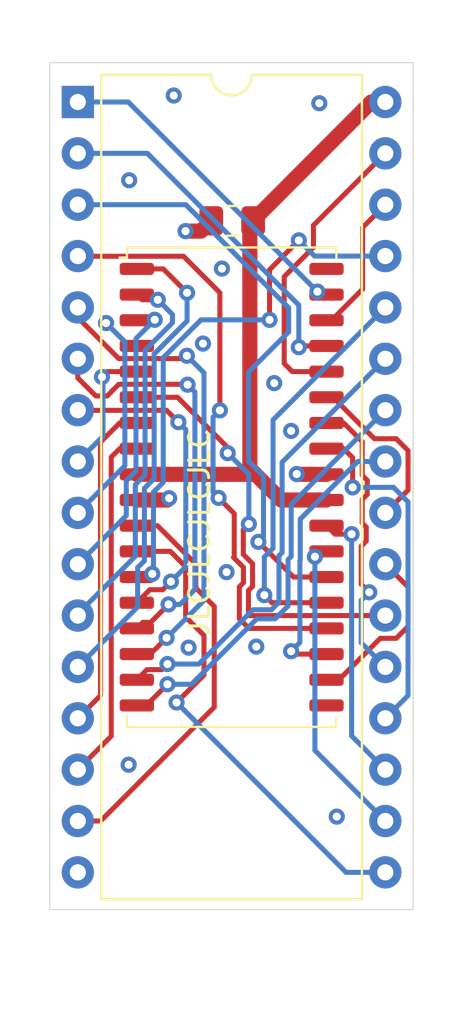
<source format=kicad_pcb>
(kicad_pcb (version 20211014) (generator pcbnew)
  (layers (0 "F.Cu" signal) (1 "In1.Cu" signal) (2 "In2.Cu" signal) (31 "B.Cu" signal) (34 "B.Paste" user) (35 "F.Paste" user) (36 "B.SilkS" user "B.Silkscreen") (37 "F.SilkS" user "F.Silkscreen") (38 "B.Mask" user) (39 "F.Mask" user) (44 "Edge.Cuts" user))
  (net 0 "")
  (net 1 "Net-(U1-Pad36)")
  (net 2 "A18")
  (net 3 "A17")
  (net 4 "A16")
  (net 5 "A15")
  (net 6 "~{OE}")
  (net 7 "IO7")
  (net 8 "IO6")
  (net 9 "GND")
  (net 10 "VCC")
  (net 11 "IO5")
  (net 12 "IO4")
  (net 13 "A14")
  (net 14 "A13")
  (net 15 "A12")
  (net 16 "A11")
  (net 17 "A10")
  (net 18 "Net-(U1-Pad19)")
  (net 19 "A9")
  (net 20 "A8")
  (net 21 "A7")
  (net 22 "A6")
  (net 23 "A5")
  (net 24 "~{WE}")
  (net 25 "IO3")
  (net 26 "IO2")
  (net 27 "IO1")
  (net 28 "IO0")
  (net 29 "~{CE}")
  (net 30 "A4")
  (net 31 "A3")
  (net 32 "A2")
  (net 33 "A1")
  (net 34 "A0")
  (footprint "Package_SO:SOJ-36_10.16x23.49mm_P1.27mm" (layer "F.Cu") (at 154.5336 82.5394)
    (fp_text reference "U1" hide)
    (fp_text value "IS61C5128AL-10KLI")
    (fp_line (start -5.19 11.855) (end -5.19 11.355) (layer "F.SilkS") (width 0.12))
    (fp_line (start 5.19 11.855) (end 5.19 11.355) (layer "F.SilkS") (width 0.12))
    (fp_line (start 0 11.855) (end -5.19 11.855) (layer "F.SilkS") (width 0.12))
    (fp_line (start 5.19 -11.855) (end 5.19 -11.355) (layer "F.SilkS") (width 0.12))
    (fp_line (start 0 11.855) (end 5.19 11.855) (layer "F.SilkS") (width 0.12))
    (fp_line (start -5.19 -11.855) (end -5.19 -11.355) (layer "F.SilkS") (width 0.12))
    (fp_line (start 0 -11.855) (end -5.19 -11.855) (layer "F.SilkS") (width 0.12))
    (fp_line (start -5.19 -11.355) (end -5.55 -11.355) (layer "F.SilkS") (width 0.12))
    (fp_line (start 0 -11.855) (end 5.19 -11.855) (layer "F.SilkS") (width 0.12))
    (pad "1" smd roundrect locked (at -4.7 -10.795) (size 1.7 0.6) (layers "F.Cu" "F.Paste" "F.Mask") (net 34 "A0"))
    (pad "2" smd roundrect locked (at -4.7 -9.525) (size 1.7 0.6) (layers "F.Cu" "F.Paste" "F.Mask") (net 33 "A1"))
    (pad "3" smd roundrect locked (at -4.7 -8.255) (size 1.7 0.6) (layers "F.Cu" "F.Paste" "F.Mask") (net 32 "A2"))
    (pad "4" smd roundrect locked (at -4.7 -6.985) (size 1.7 0.6) (layers "F.Cu" "F.Paste" "F.Mask") (net 31 "A3"))
    (pad "5" smd roundrect locked (at -4.7 -5.715) (size 1.7 0.6) (layers "F.Cu" "F.Paste" "F.Mask") (net 30 "A4"))
    (pad "6" smd roundrect locked (at -4.7 -4.445) (size 1.7 0.6) (layers "F.Cu" "F.Paste" "F.Mask") (net 29 "~{CE}"))
    (pad "7" smd roundrect locked (at -4.7 -3.175) (size 1.7 0.6) (layers "F.Cu" "F.Paste" "F.Mask") (net 28 "IO0"))
    (pad "8" smd roundrect locked (at -4.7 -1.905) (size 1.7 0.6) (layers "F.Cu" "F.Paste" "F.Mask") (net 27 "IO1"))
    (pad "9" smd roundrect locked (at -4.7 -0.635) (size 1.7 0.6) (layers "F.Cu" "F.Paste" "F.Mask") (net 10 "VCC"))
    (pad "10" smd roundrect locked (at -4.7 0.635) (size 1.7 0.6) (layers "F.Cu" "F.Paste" "F.Mask") (net 9 "GND"))
    (pad "11" smd roundrect locked (at -4.7 1.905) (size 1.7 0.6) (layers "F.Cu" "F.Paste" "F.Mask") (net 26 "IO2"))
    (pad "12" smd roundrect locked (at -4.7 3.175) (size 1.7 0.6) (layers "F.Cu" "F.Paste" "F.Mask") (net 25 "IO3"))
    (pad "13" smd roundrect locked (at -4.7 4.445) (size 1.7 0.6) (layers "F.Cu" "F.Paste" "F.Mask") (net 24 "~{WE}"))
    (pad "14" smd roundrect locked (at -4.7 5.715) (size 1.7 0.6) (layers "F.Cu" "F.Paste" "F.Mask") (net 23 "A5"))
    (pad "15" smd roundrect locked (at -4.7 6.985) (size 1.7 0.6) (layers "F.Cu" "F.Paste" "F.Mask") (net 22 "A6"))
    (pad "16" smd roundrect locked (at -4.7 8.255) (size 1.7 0.6) (layers "F.Cu" "F.Paste" "F.Mask") (net 21 "A7"))
    (pad "17" smd roundrect locked (at -4.7 9.525) (size 1.7 0.6) (layers "F.Cu" "F.Paste" "F.Mask") (net 20 "A8"))
    (pad "18" smd roundrect locked (at -4.7 10.795) (size 1.7 0.6) (layers "F.Cu" "F.Paste" "F.Mask") (net 19 "A9"))
    (pad "19" smd roundrect locked (at 4.7 10.795) (size 1.7 0.6) (layers "F.Cu" "F.Paste" "F.Mask") (net 18 "Net-(U1-Pad19)"))
    (pad "20" smd roundrect locked (at 4.7 9.525) (size 1.7 0.6) (layers "F.Cu" "F.Paste" "F.Mask") (net 17 "A10"))
    (pad "21" smd roundrect locked (at 4.7 8.255) (size 1.7 0.6) (layers "F.Cu" "F.Paste" "F.Mask") (net 16 "A11"))
    (pad "22" smd roundrect locked (at 4.7 6.985) (size 1.7 0.6) (layers "F.Cu" "F.Paste" "F.Mask") (net 15 "A12"))
    (pad "23" smd roundrect locked (at 4.7 5.715) (size 1.7 0.6) (layers "F.Cu" "F.Paste" "F.Mask") (net 14 "A13"))
    (pad "24" smd roundrect locked (at 4.7 4.445) (size 1.7 0.6) (layers "F.Cu" "F.Paste" "F.Mask") (net 13 "A14"))
    (pad "25" smd roundrect locked (at 4.7 3.175) (size 1.7 0.6) (layers "F.Cu" "F.Paste" "F.Mask") (net 12 "IO4"))
    (pad "26" smd roundrect locked (at 4.7 1.905) (size 1.7 0.6) (layers "F.Cu" "F.Paste" "F.Mask") (net 11 "IO5"))
    (pad "27" smd roundrect locked (at 4.7 0.635) (size 1.7 0.6) (layers "F.Cu" "F.Paste" "F.Mask") (net 10 "VCC"))
    (pad "28" smd roundrect locked (at 4.7 -0.635) (size 1.7 0.6) (layers "F.Cu" "F.Paste" "F.Mask") (net 9 "GND"))
    (pad "29" smd roundrect locked (at 4.7 -1.905) (size 1.7 0.6) (layers "F.Cu" "F.Paste" "F.Mask") (net 8 "IO6"))
    (pad "30" smd roundrect locked (at 4.7 -3.175) (size 1.7 0.6) (layers "F.Cu" "F.Paste" "F.Mask") (net 7 "IO7"))
    (pad "31" smd roundrect locked (at 4.7 -4.445) (size 1.7 0.6) (layers "F.Cu" "F.Paste" "F.Mask") (net 6 "~{OE}"))
    (pad "32" smd roundrect locked (at 4.7 -5.715) (size 1.7 0.6) (layers "F.Cu" "F.Paste" "F.Mask") (net 5 "A15"))
    (pad "33" smd roundrect locked (at 4.7 -6.985) (size 1.7 0.6) (layers "F.Cu" "F.Paste" "F.Mask") (net 4 "A16"))
    (pad "34" smd roundrect locked (at 4.7 -8.255) (size 1.7 0.6) (layers "F.Cu" "F.Paste" "F.Mask") (net 3 "A17"))
    (pad "35" smd roundrect locked (at 4.7 -9.525) (size 1.7 0.6) (layers "F.Cu" "F.Paste" "F.Mask") (net 2 "A18"))
    (pad "36" smd roundrect locked (at 4.7 -10.795) (size 1.7 0.6) (layers "F.Cu" "F.Paste" "F.Mask") (net 1 "Net-(U1-Pad36)"))
  )
  (footprint "Package_DIP:DIP-32_W15.24mm" (layer "F.Cu") (at 146.9086 63.4894)
    (fp_text reference "U2" hide)
    (fp_text value "AS6C4008-55PCN")
    (fp_line (start 6.62 -1.33) (end 1.16 -1.33) (layer "F.SilkS") (width 0.12))
    (fp_line (start 14.08 -1.33) (end 8.62 -1.33) (layer "F.SilkS") (width 0.12))
    (fp_line (start 14.08 39.43) (end 14.08 -1.33) (layer "F.SilkS") (width 0.12))
    (fp_line (start 1.16 -1.33) (end 1.16 39.43) (layer "F.SilkS") (width 0.12))
    (fp_line (start 1.16 39.43) (end 14.08 39.43) (layer "F.SilkS") (width 0.12))
    (fp_arc (start 8.62 -1.33) (mid 7.62 -0.33) (end 6.62 -1.33) (layer "F.SilkS") (width 0.12))
    (pad "1" thru_hole rect locked (at 0 0) (size 1.6 1.6) (drill 0.8) (layers *.Cu *.Mask) (net 2 "A18"))
    (pad "2" thru_hole oval locked (at 0 2.54) (size 1.6 1.6) (drill 0.8) (layers *.Cu *.Mask) (net 4 "A16"))
    (pad "3" thru_hole oval locked (at 0 5.08) (size 1.6 1.6) (drill 0.8) (layers *.Cu *.Mask) (net 13 "A14"))
    (pad "4" thru_hole oval locked (at 0 7.62) (size 1.6 1.6) (drill 0.8) (layers *.Cu *.Mask) (net 15 "A12"))
    (pad "5" thru_hole oval locked (at 0 10.16) (size 1.6 1.6) (drill 0.8) (layers *.Cu *.Mask) (net 21 "A7"))
    (pad "6" thru_hole oval locked (at 0 12.7) (size 1.6 1.6) (drill 0.8) (layers *.Cu *.Mask) (net 22 "A6"))
    (pad "7" thru_hole oval locked (at 0 15.24) (size 1.6 1.6) (drill 0.8) (layers *.Cu *.Mask) (net 23 "A5"))
    (pad "8" thru_hole oval locked (at 0 17.78) (size 1.6 1.6) (drill 0.8) (layers *.Cu *.Mask) (net 30 "A4"))
    (pad "9" thru_hole oval locked (at 0 20.32) (size 1.6 1.6) (drill 0.8) (layers *.Cu *.Mask) (net 31 "A3"))
    (pad "10" thru_hole oval locked (at 0 22.86) (size 1.6 1.6) (drill 0.8) (layers *.Cu *.Mask) (net 32 "A2"))
    (pad "11" thru_hole oval locked (at 0 25.4) (size 1.6 1.6) (drill 0.8) (layers *.Cu *.Mask) (net 33 "A1"))
    (pad "12" thru_hole oval locked (at 0 27.94) (size 1.6 1.6) (drill 0.8) (layers *.Cu *.Mask) (net 34 "A0"))
    (pad "13" thru_hole oval locked (at 0 30.48) (size 1.6 1.6) (drill 0.8) (layers *.Cu *.Mask) (net 28 "IO0"))
    (pad "14" thru_hole oval locked (at 0 33.02) (size 1.6 1.6) (drill 0.8) (layers *.Cu *.Mask) (net 27 "IO1"))
    (pad "15" thru_hole oval locked (at 0 35.56) (size 1.6 1.6) (drill 0.8) (layers *.Cu *.Mask) (net 26 "IO2"))
    (pad "16" thru_hole oval locked (at 0 38.1) (size 1.6 1.6) (drill 0.8) (layers *.Cu *.Mask) (net 9 "GND"))
    (pad "17" thru_hole oval locked (at 15.24 38.1) (size 1.6 1.6) (drill 0.8) (layers *.Cu *.Mask) (net 25 "IO3"))
    (pad "18" thru_hole oval locked (at 15.24 35.56) (size 1.6 1.6) (drill 0.8) (layers *.Cu *.Mask) (net 12 "IO4"))
    (pad "19" thru_hole oval locked (at 15.24 33.02) (size 1.6 1.6) (drill 0.8) (layers *.Cu *.Mask) (net 11 "IO5"))
    (pad "20" thru_hole oval locked (at 15.24 30.48) (size 1.6 1.6) (drill 0.8) (layers *.Cu *.Mask) (net 8 "IO6"))
    (pad "21" thru_hole oval locked (at 15.24 27.94) (size 1.6 1.6) (drill 0.8) (layers *.Cu *.Mask) (net 7 "IO7"))
    (pad "22" thru_hole oval locked (at 15.24 25.4) (size 1.6 1.6) (drill 0.8) (layers *.Cu *.Mask) (net 29 "~{CE}"))
    (pad "23" thru_hole oval locked (at 15.24 22.86) (size 1.6 1.6) (drill 0.8) (layers *.Cu *.Mask) (net 17 "A10"))
    (pad "24" thru_hole oval locked (at 15.24 20.32) (size 1.6 1.6) (drill 0.8) (layers *.Cu *.Mask) (net 6 "~{OE}"))
    (pad "25" thru_hole oval locked (at 15.24 17.78) (size 1.6 1.6) (drill 0.8) (layers *.Cu *.Mask) (net 16 "A11"))
    (pad "26" thru_hole oval locked (at 15.24 15.24) (size 1.6 1.6) (drill 0.8) (layers *.Cu *.Mask) (net 19 "A9"))
    (pad "27" thru_hole oval locked (at 15.24 12.7) (size 1.6 1.6) (drill 0.8) (layers *.Cu *.Mask) (net 20 "A8"))
    (pad "28" thru_hole oval locked (at 15.24 10.16) (size 1.6 1.6) (drill 0.8) (layers *.Cu *.Mask) (net 14 "A13"))
    (pad "29" thru_hole oval locked (at 15.24 7.62) (size 1.6 1.6) (drill 0.8) (layers *.Cu *.Mask) (net 24 "~{WE}"))
    (pad "30" thru_hole oval locked (at 15.24 5.08) (size 1.6 1.6) (drill 0.8) (layers *.Cu *.Mask) (net 3 "A17"))
    (pad "31" thru_hole oval locked (at 15.24 2.54) (size 1.6 1.6) (drill 0.8) (layers *.Cu *.Mask) (net 5 "A15"))
    (pad "32" thru_hole oval locked (at 15.24 0) (size 1.6 1.6) (drill 0.8) (layers *.Cu *.Mask) (net 10 "VCC"))
  )
  (footprint "Capacitor_SMD:C_0805_2012Metric_Pad1.18x1.45mm_HandSolder" (layer "F.Cu") (at 154.559 69.3674 180)
    (fp_text reference "C1" hide)
    (fp_text value "100nF")
    (fp_line (start -0.261252 0.735) (end 0.261252 0.735) (layer "F.SilkS") (width 0.12))
    (fp_line (start -0.261252 -0.735) (end 0.261252 -0.735) (layer "F.SilkS") (width 0.12))
    (pad "1" smd roundrect locked (at -1.0375 0 180) (size 1.175 1.45) (layers "F.Cu" "F.Paste" "F.Mask") (roundrect_rratio 0.2127659574) (net 10 "VCC"))
    (pad "2" smd roundrect locked (at 1.0375 0 180) (size 1.175 1.45) (layers "F.Cu" "F.Paste" "F.Mask") (roundrect_rratio 0.2127659574) (net 9 "GND"))
  )
  (gr_line (start 145.5166 103.4288) (end 145.5166 61.5442) (layer "Edge.Cuts") (width 0.05))
  (gr_line (start 163.5252 103.4288) (end 145.5166 103.4288) (layer "Edge.Cuts") (width 0.05))
  (gr_line (start 145.5166 61.5442) (end 163.5252 61.5442) (layer "Edge.Cuts") (width 0.05))
  (gr_line (start 163.5252 61.5442) (end 163.5252 103.4288) (layer "Edge.Cuts") (width 0.05))
  (gr_text "JLCJLCJLCJLC" (at 152.9334 84.7852 90) (layer "F.SilkS") (effects (font (size 1 1))))
  (segment (start 159.2336 73.0144) (end 158.931712 73.0144) (width 0.25) (layer "F.Cu") (net 2))
  (segment (start 158.931712 73.0144) (end 158.7836 72.866288) (width 0.25) (layer "F.Cu") (net 2))
  (via (at 158.7836 72.866288) (size 0.8) (drill 0.4) (layers "F.Cu" "B.Cu") (net 2))
  (segment (start 149.406712 63.4894) (end 158.7836 72.866288) (width 0.25) (layer "B.Cu") (net 2))
  (segment (start 146.9086 63.4894) (end 149.406712 63.4894) (width 0.25) (layer "B.Cu") (net 2))
  (segment (start 161.023599 72.746169) (end 161.023599 69.694401) (width 0.25) (layer "F.Cu") (net 3))
  (segment (start 159.485368 74.2844) (end 161.023599 72.746169) (width 0.25) (layer "F.Cu") (net 3))
  (segment (start 159.2336 74.2844) (end 159.485368 74.2844) (width 0.25) (layer "F.Cu") (net 3))
  (segment (start 161.023599 69.694401) (end 162.1486 68.5694) (width 0.25) (layer "F.Cu") (net 3))
  (segment (start 159.2336 75.5544) (end 157.9224 75.5544) (width 0.25) (layer "F.Cu") (net 4))
  (segment (start 157.9224 75.5544) (end 157.861 75.6158) (width 0.25) (layer "F.Cu") (net 4))
  (via (at 157.861 75.6158) (size 0.8) (drill 0.4) (layers "F.Cu" "B.Cu") (net 4))
  (segment (start 146.9086 66.0294) (end 150.356464 66.0294) (width 0.25) (layer "B.Cu") (net 4))
  (segment (start 150.356464 66.0294) (end 157.861 73.533936) (width 0.25) (layer "B.Cu") (net 4))
  (segment (start 157.861 73.533936) (end 157.861 75.6158) (width 0.25) (layer "B.Cu") (net 4))
  (segment (start 157.135998 72.130606) (end 158.586002 70.680602) (width 0.25) (layer "F.Cu") (net 5))
  (segment (start 158.586002 70.680602) (end 158.586002 69.591998) (width 0.25) (layer "F.Cu") (net 5))
  (segment (start 157.135998 76.421002) (end 157.135998 72.130606) (width 0.25) (layer "F.Cu") (net 5))
  (segment (start 157.539396 76.8244) (end 157.135998 76.421002) (width 0.25) (layer "F.Cu") (net 5))
  (segment (start 158.586002 69.591998) (end 162.1486 66.0294) (width 0.25) (layer "F.Cu") (net 5))
  (segment (start 159.2336 76.8244) (end 157.539396 76.8244) (width 0.25) (layer "F.Cu") (net 5))
  (segment (start 159.5586 78.0944) (end 161.608599 80.144399) (width 0.25) (layer "F.Cu") (net 6))
  (segment (start 163.273601 82.684399) (end 162.1486 83.8094) (width 0.25) (layer "F.Cu") (net 6))
  (segment (start 162.688601 80.144399) (end 163.273601 80.729399) (width 0.25) (layer "F.Cu") (net 6))
  (segment (start 163.273601 80.729399) (end 163.273601 82.684399) (width 0.25) (layer "F.Cu") (net 6))
  (segment (start 161.608599 80.144399) (end 162.688601 80.144399) (width 0.25) (layer "F.Cu") (net 6))
  (segment (start 159.2336 78.0944) (end 159.5586 78.0944) (width 0.25) (layer "F.Cu") (net 6))
  (segment (start 161.253002 82.201998) (end 161.253002 82.898002) (width 0.25) (layer "F.Cu") (net 7))
  (segment (start 159.2336 79.3644) (end 160.0836 79.3644) (width 0.25) (layer "F.Cu") (net 7))
  (segment (start 160.0836 79.3644) (end 161.003411 80.284211) (width 0.25) (layer "F.Cu") (net 7))
  (segment (start 161.003411 81.952407) (end 161.253002 82.201998) (width 0.25) (layer "F.Cu") (net 7))
  (segment (start 160.952785 85.458819) (end 160.952785 87.337584) (width 0.25) (layer "F.Cu") (net 7))
  (segment (start 161.253002 82.898002) (end 161.003411 83.147593) (width 0.25) (layer "F.Cu") (net 7))
  (segment (start 161.003411 80.284211) (end 161.003411 81.952407) (width 0.25) (layer "F.Cu") (net 7))
  (segment (start 161.202202 84.513398) (end 161.202202 85.209402) (width 0.25) (layer "F.Cu") (net 7))
  (segment (start 160.952785 87.337584) (end 161.352784 87.737583) (width 0.25) (layer "F.Cu") (net 7))
  (segment (start 161.202202 85.209402) (end 160.952785 85.458819) (width 0.25) (layer "F.Cu") (net 7))
  (segment (start 161.003411 83.147593) (end 161.003411 84.314607) (width 0.25) (layer "F.Cu") (net 7))
  (segment (start 161.003411 84.314607) (end 161.202202 84.513398) (width 0.25) (layer "F.Cu") (net 7))
  (via (at 161.352784 87.737583) (size 0.8) (drill 0.4) (layers "F.Cu" "B.Cu") (net 7))
  (segment (start 160.952785 90.233585) (end 162.1486 91.4294) (width 0.25) (layer "B.Cu") (net 7))
  (segment (start 161.352784 87.737583) (end 160.952785 88.137582) (width 0.25) (layer "B.Cu") (net 7))
  (segment (start 160.952785 88.137582) (end 160.952785 90.233585) (width 0.25) (layer "B.Cu") (net 7))
  (segment (start 160.0836 80.6344) (end 160.528 81.0788) (width 0.25) (layer "F.Cu") (net 8))
  (segment (start 159.2336 80.6344) (end 160.0836 80.6344) (width 0.25) (layer "F.Cu") (net 8))
  (segment (start 160.528 81.0788) (end 160.528 82.55) (width 0.25) (layer "F.Cu") (net 8))
  (via (at 160.528 82.55) (size 0.8) (drill 0.4) (layers "F.Cu" "B.Cu") (net 8))
  (segment (start 160.528 82.55) (end 162.554202 82.55) (width 0.25) (layer "B.Cu") (net 8))
  (segment (start 162.554202 82.55) (end 163.273601 83.269399) (width 0.25) (layer "B.Cu") (net 8))
  (segment (start 163.273601 92.844399) (end 162.1486 93.9694) (width 0.25) (layer "B.Cu") (net 8))
  (segment (start 163.273601 83.269399) (end 163.273601 92.844399) (width 0.25) (layer "B.Cu") (net 8))
  (segment (start 153.0135 69.8754) (end 153.5215 69.3674) (width 0.75) (layer "F.Cu") (net 9))
  (segment (start 151.3438 83.1744) (end 151.4348 83.0834) (width 0.75) (layer "F.Cu") (net 9))
  (segment (start 159.2336 81.9044) (end 157.7742 81.9044) (width 0.75) (layer "F.Cu") (net 9))
  (segment (start 149.8336 83.1744) (end 151.3438 83.1744) (width 0.75) (layer "F.Cu") (net 9))
  (segment (start 152.2476 69.8754) (end 153.0135 69.8754) (width 0.75) (layer "F.Cu") (net 9))
  (segment (start 157.7742 81.9044) (end 157.7594 81.8896) (width 0.75) (layer "F.Cu") (net 9))
  (via (at 157.7594 81.8896) (size 0.8) (drill 0.4) (layers "F.Cu" "B.Cu") (net 9))
  (via (at 152.2476 69.8754) (size 0.8) (drill 0.4) (layers "F.Cu" "B.Cu") (net 9))
  (via (at 153.1112 75.438) (size 0.8) (drill 0.4) (layers "F.Cu" "B.Cu") (net 9))
  (via (at 155.7528 90.424) (size 0.8) (drill 0.4) (layers "F.Cu" "B.Cu") (net 9))
  (via (at 151.6634 63.1698) (size 0.8) (drill 0.4) (layers "F.Cu" "B.Cu") (net 9))
  (via (at 149.4536 67.3608) (size 0.8) (drill 0.4) (layers "F.Cu" "B.Cu") (net 9))
  (via (at 149.4282 96.266) (size 0.8) (drill 0.4) (layers "F.Cu" "B.Cu") (net 9))
  (via (at 156.6418 77.3938) (size 0.8) (drill 0.4) (layers "F.Cu" "B.Cu") (net 9))
  (via (at 154.051 71.7296) (size 0.8) (drill 0.4) (layers "F.Cu" "B.Cu") (net 9))
  (via (at 157.48 79.756) (size 0.8) (drill 0.4) (layers "F.Cu" "B.Cu") (net 9))
  (via (at 151.4348 83.0834) (size 0.8) (drill 0.4) (layers "F.Cu" "B.Cu") (net 9))
  (via (at 152.4 90.4748) (size 0.8) (drill 0.4) (layers "F.Cu" "B.Cu") (net 9))
  (via (at 154.2796 86.741) (size 0.8) (drill 0.4) (layers "F.Cu" "B.Cu") (net 9))
  (via (at 159.7406 98.8314) (size 0.8) (drill 0.4) (layers "F.Cu" "B.Cu") (net 9))
  (via (at 158.877 63.5508) (size 0.8) (drill 0.4) (layers "F.Cu" "B.Cu") (net 9))
  (segment (start 155.6512 81.8388) (end 156.9868 83.1744) (width 0.75) (layer "F.Cu") (net 10))
  (segment (start 155.435987 81.623587) (end 155.6512 81.8388) (width 0.75) (layer "F.Cu") (net 10))
  (segment (start 155.435987 69.527913) (end 155.435987 81.623587) (width 0.75) (layer "F.Cu") (net 10))
  (segment (start 162.1486 63.4894) (end 161.453 63.4894) (width 0.75) (layer "F.Cu") (net 10))
  (segment (start 155.5856 81.9044) (end 149.8336 81.9044) (width 0.75) (layer "F.Cu") (net 10))
  (segment (start 155.5965 69.3674) (end 155.435987 69.527913) (width 0.75) (layer "F.Cu") (net 10))
  (segment (start 155.5965 69.3459) (end 155.5965 69.3674) (width 0.75) (layer "F.Cu") (net 10))
  (segment (start 155.6512 81.8388) (end 155.5856 81.9044) (width 0.75) (layer "F.Cu") (net 10))
  (segment (start 161.453 63.4894) (end 155.5965 69.3459) (width 0.75) (layer "F.Cu") (net 10))
  (segment (start 156.9868 83.1744) (end 159.2336 83.1744) (width 0.75) (layer "F.Cu") (net 10))
  (segment (start 159.6506 84.8614) (end 160.4772 84.8614) (width 0.25) (layer "F.Cu") (net 11))
  (segment (start 159.2336 84.4444) (end 159.6506 84.8614) (width 0.25) (layer "F.Cu") (net 11))
  (via (at 160.4772 84.8614) (size 0.8) (drill 0.4) (layers "F.Cu" "B.Cu") (net 11))
  (segment (start 162.1486 96.5094) (end 160.4772 94.838) (width 0.25) (layer "B.Cu") (net 11))
  (segment (start 160.4772 94.838) (end 160.4772 84.8614) (width 0.25) (layer "B.Cu") (net 11))
  (segment (start 158.923269 85.7144) (end 158.658669 85.979) (width 0.25) (layer "F.Cu") (net 12))
  (segment (start 159.2336 85.7144) (end 158.923269 85.7144) (width 0.25) (layer "F.Cu") (net 12))
  (via (at 158.658669 85.979) (size 0.8) (drill 0.4) (layers "F.Cu" "B.Cu") (net 12))
  (segment (start 162.1486 99.0494) (end 158.658669 95.559469) (width 0.25) (layer "B.Cu") (net 12))
  (segment (start 158.658669 95.559469) (end 158.658669 85.979) (width 0.25) (layer "B.Cu") (net 12))
  (segment (start 159.2336 86.9844) (end 157.598625 86.9844) (width 0.25) (layer "F.Cu") (net 13))
  (segment (start 157.598625 86.9844) (end 155.858625 85.2444) (width 0.25) (layer "F.Cu") (net 13))
  (via (at 155.858625 85.2444) (size 0.8) (drill 0.4) (layers "F.Cu" "B.Cu") (net 13))
  (segment (start 156.110612 81.992594) (end 156.110612 84.992413) (width 0.25) (layer "B.Cu") (net 13))
  (segment (start 155.371914 81.253896) (end 156.110612 81.992594) (width 0.25) (layer "B.Cu") (net 13))
  (segment (start 146.9086 68.5694) (end 152.260053 68.5694) (width 0.25) (layer "B.Cu") (net 13))
  (segment (start 156.110612 84.992413) (end 155.858625 85.2444) (width 0.25) (layer "B.Cu") (net 13))
  (segment (start 157.360189 73.669536) (end 157.360189 74.858408) (width 0.25) (layer "B.Cu") (net 13))
  (segment (start 155.371914 76.846683) (end 155.371914 81.253896) (width 0.25) (layer "B.Cu") (net 13))
  (segment (start 157.360189 74.858408) (end 155.371914 76.846683) (width 0.25) (layer "B.Cu") (net 13))
  (segment (start 152.260053 68.5694) (end 157.360189 73.669536) (width 0.25) (layer "B.Cu") (net 13))
  (segment (start 156.528804 88.2544) (end 156.152415 87.878011) (width 0.25) (layer "F.Cu") (net 14))
  (segment (start 159.2336 88.2544) (end 156.528804 88.2544) (width 0.25) (layer "F.Cu") (net 14))
  (via (at 156.152415 87.878011) (size 0.8) (drill 0.4) (layers "F.Cu" "B.Cu") (net 14))
  (segment (start 156.152415 85.989619) (end 156.152415 87.878011) (width 0.25) (layer "B.Cu") (net 14))
  (segment (start 156.583626 79.214374) (end 156.583626 85.558408) (width 0.25) (layer "B.Cu") (net 14))
  (segment (start 162.1486 73.6494) (end 156.583626 79.214374) (width 0.25) (layer "B.Cu") (net 14))
  (segment (start 156.583626 85.558408) (end 156.152415 85.989619) (width 0.25) (layer "B.Cu") (net 14))
  (segment (start 154.6606 86.015999) (end 154.6606 83.844589) (width 0.25) (layer "F.Cu") (net 15))
  (segment (start 154.627601 86.015999) (end 154.6606 86.015999) (width 0.25) (layer "F.Cu") (net 15))
  (segment (start 155.1178 87.262801) (end 155.1178 86.506198) (width 0.25) (layer "F.Cu") (net 15))
  (segment (start 152.14539 71.11939) (end 146.91859 71.11939) (width 0.25) (layer "F.Cu") (net 15))
  (segment (start 155.1178 86.506198) (end 154.627601 86.015999) (width 0.25) (layer "F.Cu") (net 15))
  (segment (start 154.6606 83.844589) (end 153.886433 83.070422) (width 0.25) (layer "F.Cu") (net 15))
  (segment (start 154.9146 87.466001) (end 155.1178 87.262801) (width 0.25) (layer "F.Cu") (net 15))
  (segment (start 155.394213 89.5244) (end 154.9146 89.044787) (width 0.25) (layer "F.Cu") (net 15))
  (segment (start 159.2336 89.5244) (end 155.394213 89.5244) (width 0.25) (layer "F.Cu") (net 15))
  (segment (start 153.9494 78.74) (end 153.9494 72.9234) (width 0.25) (layer "F.Cu") (net 15))
  (segment (start 153.9494 72.9234) (end 152.14539 71.11939) (width 0.25) (layer "F.Cu") (net 15))
  (segment (start 146.91859 71.11939) (end 146.9086 71.1094) (width 0.25) (layer "F.Cu") (net 15))
  (segment (start 154.9146 89.044787) (end 154.9146 87.466001) (width 0.25) (layer "F.Cu") (net 15))
  (via (at 153.9494 78.74) (size 0.8) (drill 0.4) (layers "F.Cu" "B.Cu") (net 15))
  (via (at 153.886433 83.070422) (size 0.8) (drill 0.4) (layers "F.Cu" "B.Cu") (net 15))
  (segment (start 153.611434 82.795423) (end 153.611434 79.077966) (width 0.25) (layer "B.Cu") (net 15))
  (segment (start 153.886433 83.070422) (end 153.611434 82.795423) (width 0.25) (layer "B.Cu") (net 15))
  (segment (start 153.611434 79.077966) (end 153.9494 78.74) (width 0.25) (layer "B.Cu") (net 15))
  (segment (start 157.6218 90.7944) (end 157.48 90.6526) (width 0.25) (layer "F.Cu") (net 16))
  (segment (start 159.2336 90.7944) (end 157.6218 90.7944) (width 0.25) (layer "F.Cu") (net 16))
  (via (at 157.48 90.6526) (size 0.8) (drill 0.4) (layers "F.Cu" "B.Cu") (net 16))
  (segment (start 157.914801 86.170459) (end 157.914801 90.217799) (width 0.25) (layer "B.Cu") (net 16))
  (segment (start 157.933659 86.151601) (end 157.914801 86.170459) (width 0.25) (layer "B.Cu") (net 16))
  (segment (start 162.1486 81.2694) (end 160.779459 81.2694) (width 0.25) (layer "B.Cu") (net 16))
  (segment (start 160.779459 81.2694) (end 157.933659 84.1152) (width 0.25) (layer "B.Cu") (net 16))
  (segment (start 157.933659 84.1152) (end 157.933659 86.151601) (width 0.25) (layer "B.Cu") (net 16))
  (segment (start 157.879999 90.252601) (end 157.48 90.6526) (width 0.25) (layer "B.Cu") (net 16))
  (segment (start 157.914801 90.217799) (end 157.879999 90.252601) (width 0.25) (layer "B.Cu") (net 16))
  (segment (start 163.273601 87.474401) (end 162.1486 86.3494) (width 0.25) (layer "F.Cu") (net 17))
  (segment (start 162.688601 90.014401) (end 163.273601 89.429401) (width 0.25) (layer "F.Cu") (net 17))
  (segment (start 161.898597 90.014401) (end 162.688601 90.014401) (width 0.25) (layer "F.Cu") (net 17))
  (segment (start 159.2336 92.0644) (end 159.848598 92.0644) (width 0.25) (layer "F.Cu") (net 17))
  (segment (start 163.273601 89.429401) (end 163.273601 87.474401) (width 0.25) (layer "F.Cu") (net 17))
  (segment (start 159.848598 92.0644) (end 161.898597 90.014401) (width 0.25) (layer "F.Cu") (net 17))
  (segment (start 149.8336 93.3344) (end 150.305111 93.3344) (width 0.25) (layer "F.Cu") (net 19))
  (segment (start 150.305111 93.3344) (end 151.351979 92.287532) (width 0.25) (layer "F.Cu") (net 19))
  (via (at 151.351979 92.287532) (size 0.8) (drill 0.4) (layers "F.Cu" "B.Cu") (net 19))
  (segment (start 151.917664 92.287532) (end 151.351979 92.287532) (width 0.25) (layer "B.Cu") (net 19))
  (segment (start 155.775314 89.053023) (end 152.540805 92.287532) (width 0.25) (layer "B.Cu") (net 19))
  (segment (start 157.483648 85.965201) (end 157.327427 86.121422) (width 0.25) (layer "B.Cu") (net 19))
  (segment (start 157.327427 86.121422) (end 157.327427 88.412412) (width 0.25) (layer "B.Cu") (net 19))
  (segment (start 152.540805 92.287532) (end 151.917664 92.287532) (width 0.25) (layer "B.Cu") (net 19))
  (segment (start 157.327427 88.412412) (end 156.686816 89.053023) (width 0.25) (layer "B.Cu") (net 19))
  (segment (start 162.1486 78.7294) (end 157.483648 83.394352) (width 0.25) (layer "B.Cu") (net 19))
  (segment (start 156.686816 89.053023) (end 155.775314 89.053023) (width 0.25) (layer "B.Cu") (net 19))
  (segment (start 157.483648 83.394352) (end 157.483648 85.965201) (width 0.25) (layer "B.Cu") (net 19))
  (segment (start 150.33547 91.56253) (end 151.076968 91.56253) (width 0.25) (layer "F.Cu") (net 20))
  (segment (start 149.8336 92.0644) (end 150.33547 91.56253) (width 0.25) (layer "F.Cu") (net 20))
  (segment (start 151.076968 91.56253) (end 151.351979 91.287519) (width 0.25) (layer "F.Cu") (net 20))
  (via (at 151.351979 91.287519) (size 0.8) (drill 0.4) (layers "F.Cu" "B.Cu") (net 20))
  (segment (start 152.904407 91.287519) (end 151.351979 91.287519) (width 0.25) (layer "B.Cu") (net 20))
  (segment (start 156.877416 88.226012) (end 156.500416 88.603012) (width 0.25) (layer "B.Cu") (net 20))
  (segment (start 162.1486 76.1894) (end 157.033637 81.304363) (width 0.25) (layer "B.Cu") (net 20))
  (segment (start 155.588914 88.603012) (end 152.904407 91.287519) (width 0.25) (layer "B.Cu") (net 20))
  (segment (start 156.500416 88.603012) (end 155.588914 88.603012) (width 0.25) (layer "B.Cu") (net 20))
  (segment (start 157.033637 81.304363) (end 157.033637 85.778801) (width 0.25) (layer "B.Cu") (net 20))
  (segment (start 156.877416 85.935022) (end 156.877416 88.226012) (width 0.25) (layer "B.Cu") (net 20))
  (segment (start 157.033637 85.778801) (end 156.877416 85.935022) (width 0.25) (layer "B.Cu") (net 20))
  (segment (start 150.505598 90.7944) (end 151.307799 89.992199) (width 0.25) (layer "F.Cu") (net 21))
  (segment (start 152.313925 76.03881) (end 152.173325 76.17941) (width 0.25) (layer "F.Cu") (net 21))
  (segment (start 149.8336 90.7944) (end 150.505598 90.7944) (width 0.25) (layer "F.Cu") (net 21))
  (segment (start 146.9086 74.151168) (end 146.9086 73.6494) (width 0.25) (layer "F.Cu") (net 21))
  (segment (start 152.173325 76.17941) (end 148.936842 76.17941) (width 0.25) (layer "F.Cu") (net 21))
  (segment (start 148.936842 76.17941) (end 146.9086 74.151168) (width 0.25) (layer "F.Cu") (net 21))
  (via (at 152.313925 76.03881) (size 0.8) (drill 0.4) (layers "F.Cu" "B.Cu") (net 21))
  (via (at 151.307799 89.992199) (size 0.8) (drill 0.4) (layers "F.Cu" "B.Cu") (net 21))
  (segment (start 153.161423 88.138575) (end 151.307799 89.992199) (width 0.25) (layer "B.Cu") (net 21))
  (segment (start 153.161423 76.886308) (end 153.161423 88.138575) (width 0.25) (layer "B.Cu") (net 21))
  (segment (start 152.313925 76.03881) (end 153.161423 76.886308) (width 0.25) (layer "B.Cu") (net 21))
  (segment (start 152.32861 77.44941) (end 148.94079 77.44941) (width 0.25) (layer "F.Cu") (net 22))
  (segment (start 148.3614 78.0288) (end 147.8026 78.0288) (width 0.25) (layer "F.Cu") (net 22))
  (segment (start 150.1336 89.2244) (end 150.519672 89.2244) (width 0.25) (layer "F.Cu") (net 22))
  (segment (start 150.519672 89.2244) (end 151.406136 88.337936) (width 0.25) (layer "F.Cu") (net 22))
  (segment (start 146.9086 77.1348) (end 146.9086 76.1894) (width 0.25) (layer "F.Cu") (net 22))
  (segment (start 152.3492 77.47) (end 152.32861 77.44941) (width 0.25) (layer "F.Cu") (net 22))
  (segment (start 148.94079 77.44941) (end 148.3614 78.0288) (width 0.25) (layer "F.Cu") (net 22))
  (segment (start 149.8336 89.5244) (end 150.1336 89.2244) (width 0.25) (layer "F.Cu") (net 22))
  (segment (start 147.8026 78.0288) (end 146.9086 77.1348) (width 0.25) (layer "F.Cu") (net 22))
  (via (at 152.3492 77.47) (size 0.8) (drill 0.4) (layers "F.Cu" "B.Cu") (net 22))
  (via (at 151.406136 88.337936) (size 0.8) (drill 0.4) (layers "F.Cu" "B.Cu") (net 22))
  (segment (start 152.3492 77.47) (end 152.711412 77.832212) (width 0.25) (layer "B.Cu") (net 22))
  (segment (start 152.711412 87.598345) (end 151.971821 88.337936) (width 0.25) (layer "B.Cu") (net 22))
  (segment (start 152.711412 77.832212) (end 152.711412 87.598345) (width 0.25) (layer "B.Cu") (net 22))
  (segment (start 151.971821 88.337936) (end 151.406136 88.337936) (width 0.25) (layer "B.Cu") (net 22))
  (segment (start 151.30719 78.73939) (end 146.91859 78.73939) (width 0.25) (layer "F.Cu") (net 23))
  (segment (start 146.91859 78.73939) (end 146.9086 78.7294) (width 0.25) (layer "F.Cu") (net 23))
  (segment (start 151.122453 87.610979) (end 151.522452 87.21098) (width 0.25) (layer "F.Cu") (net 23))
  (segment (start 151.892 79.3242) (end 151.30719 78.73939) (width 0.25) (layer "F.Cu") (net 23))
  (segment (start 149.8336 88.2544) (end 150.477021 87.610979) (width 0.25) (layer "F.Cu") (net 23))
  (segment (start 150.477021 87.610979) (end 151.122453 87.610979) (width 0.25) (layer "F.Cu") (net 23))
  (via (at 151.522452 87.21098) (size 0.8) (drill 0.4) (layers "F.Cu" "B.Cu") (net 23))
  (via (at 151.892 79.3242) (size 0.8) (drill 0.4) (layers "F.Cu" "B.Cu") (net 23))
  (segment (start 152.261401 79.693601) (end 152.261401 86.472031) (width 0.25) (layer "B.Cu") (net 23))
  (segment (start 151.892 79.3242) (end 152.261401 79.693601) (width 0.25) (layer "B.Cu") (net 23))
  (segment (start 152.261401 86.472031) (end 151.522452 87.21098) (width 0.25) (layer "B.Cu") (net 23))
  (segment (start 156.410988 71.782612) (end 156.410988 74.263972) (width 0.25) (layer "F.Cu") (net 24))
  (segment (start 157.861 70.3326) (end 156.410988 71.782612) (width 0.25) (layer "F.Cu") (net 24))
  (segment (start 149.990472 86.827528) (end 150.598878 86.827528) (width 0.25) (layer "F.Cu") (net 24))
  (segment (start 149.8336 86.9844) (end 149.990472 86.827528) (width 0.25) (layer "F.Cu") (net 24))
  (via (at 150.598878 86.827528) (size 0.8) (drill 0.4) (layers "F.Cu" "B.Cu") (net 24))
  (via (at 157.861 70.3326) (size 0.8) (drill 0.4) (layers "F.Cu" "B.Cu") (net 24))
  (via (at 156.410988 74.263972) (size 0.8) (drill 0.4) (layers "F.Cu" "B.Cu") (net 24))
  (segment (start 150.658999 86.767407) (end 150.658999 82.786199) (width 0.25) (layer "B.Cu") (net 24))
  (segment (start 157.861 70.3326) (end 158.6378 71.1094) (width 0.25) (layer "B.Cu") (net 24))
  (segment (start 158.6378 71.1094) (end 162.1486 71.1094) (width 0.25) (layer "B.Cu") (net 24))
  (segment (start 151.141598 82.3036) (end 151.141598 76.138133) (width 0.25) (layer "B.Cu") (net 24))
  (segment (start 153.015759 74.263972) (end 156.410988 74.263972) (width 0.25) (layer "B.Cu") (net 24))
  (segment (start 150.598878 86.827528) (end 150.658999 86.767407) (width 0.25) (layer "B.Cu") (net 24))
  (segment (start 150.658999 82.786199) (end 151.141598 82.3036) (width 0.25) (layer "B.Cu") (net 24))
  (segment (start 151.141598 76.138133) (end 153.015759 74.263972) (width 0.25) (layer "B.Cu") (net 24))
  (segment (start 152.254789 86.475106) (end 152.254789 88.962514) (width 0.25) (layer "F.Cu") (net 25))
  (segment (start 153.162 89.869725) (end 153.162 91.828803) (width 0.25) (layer "F.Cu") (net 25))
  (segment (start 153.162 91.828803) (end 151.80199 93.188813) (width 0.25) (layer "F.Cu") (net 25))
  (segment (start 151.494083 85.7144) (end 152.254789 86.475106) (width 0.25) (layer "F.Cu") (net 25))
  (segment (start 152.254789 88.962514) (end 153.162 89.869725) (width 0.25) (layer "F.Cu") (net 25))
  (segment (start 149.8336 85.7144) (end 151.494083 85.7144) (width 0.25) (layer "F.Cu") (net 25))
  (via (at 151.80199 93.188813) (size 0.8) (drill 0.4) (layers "F.Cu" "B.Cu") (net 25))
  (segment (start 160.202577 101.5894) (end 151.80199 93.188813) (width 0.25) (layer "B.Cu") (net 25))
  (segment (start 162.1486 101.5894) (end 160.202577 101.5894) (width 0.25) (layer "B.Cu") (net 25))
  (segment (start 153.67 88.436598) (end 153.67 93.41937) (width 0.25) (layer "F.Cu") (net 26))
  (segment (start 152.7556 87.522198) (end 153.67 88.436598) (width 0.25) (layer "F.Cu") (net 26))
  (segment (start 149.8336 84.4444) (end 150.860494 84.4444) (width 0.25) (layer "F.Cu") (net 26))
  (segment (start 150.860494 84.4444) (end 152.7556 86.339506) (width 0.25) (layer "F.Cu") (net 26))
  (segment (start 148.03997 99.0494) (end 146.9086 99.0494) (width 0.25) (layer "F.Cu") (net 26))
  (segment (start 153.67 93.41937) (end 148.03997 99.0494) (width 0.25) (layer "F.Cu") (net 26))
  (segment (start 152.7556 86.339506) (end 152.7556 87.522198) (width 0.25) (layer "F.Cu") (net 26))
  (segment (start 148.5646 81.0534) (end 148.5646 94.8534) (width 0.25) (layer "F.Cu") (net 27))
  (segment (start 148.5646 94.8534) (end 146.9086 96.5094) (width 0.25) (layer "F.Cu") (net 27))
  (segment (start 149.8336 80.6344) (end 148.9836 80.6344) (width 0.25) (layer "F.Cu") (net 27))
  (segment (start 148.9836 80.6344) (end 148.5646 81.0534) (width 0.25) (layer "F.Cu") (net 27))
  (segment (start 148.9836 79.3644) (end 148.033601 80.314399) (width 0.25) (layer "F.Cu") (net 28))
  (segment (start 149.8336 79.3644) (end 148.9836 79.3644) (width 0.25) (layer "F.Cu") (net 28))
  (segment (start 148.033601 92.844399) (end 146.9086 93.9694) (width 0.25) (layer "F.Cu") (net 28))
  (segment (start 148.033601 80.314399) (end 148.033601 92.844399) (width 0.25) (layer "F.Cu") (net 28))
  (segment (start 155.364611 88.858387) (end 155.364611 87.652401) (width 0.25) (layer "F.Cu") (net 29))
  (segment (start 155.110611 85.862598) (end 155.110611 84.638331) (width 0.25) (layer "F.Cu") (net 29))
  (segment (start 151.851006 78.0944) (end 154.336444 80.579838) (width 0.25) (layer "F.Cu") (net 29))
  (segment (start 154.336444 80.579838) (end 154.336444 80.854837) (width 0.25) (layer "F.Cu") (net 29))
  (segment (start 155.567811 86.319798) (end 155.110611 85.862598) (width 0.25) (layer "F.Cu") (net 29))
  (segment (start 155.395624 88.8894) (end 155.364611 88.858387) (width 0.25) (layer "F.Cu") (net 29))
  (segment (start 155.110611 84.638331) (end 155.38561 84.363332) (width 0.25) (layer "F.Cu") (net 29))
  (segment (start 162.1486 88.8894) (end 155.395624 88.8894) (width 0.25) (layer "F.Cu") (net 29))
  (segment (start 155.567811 87.449201) (end 155.567811 86.319798) (width 0.25) (layer "F.Cu") (net 29))
  (segment (start 155.364611 87.652401) (end 155.567811 87.449201) (width 0.25) (layer "F.Cu") (net 29))
  (segment (start 149.8336 78.0944) (end 151.851006 78.0944) (width 0.25) (layer "F.Cu") (net 29))
  (via (at 155.38561 84.363332) (size 0.8) (drill 0.4) (layers "F.Cu" "B.Cu") (net 29))
  (via (at 154.336444 80.854837) (size 0.8) (drill 0.4) (layers "F.Cu" "B.Cu") (net 29))
  (segment (start 154.336444 80.854837) (end 155.38561 81.904003) (width 0.25) (layer "B.Cu") (net 29))
  (segment (start 155.38561 81.904003) (end 155.38561 84.363332) (width 0.25) (layer "B.Cu") (net 29))
  (segment (start 148.1074 77.089) (end 148.372 76.8244) (width 0.25) (layer "F.Cu") (net 30))
  (segment (start 148.372 76.8244) (end 149.8336 76.8244) (width 0.25) (layer "F.Cu") (net 30))
  (via (at 148.1074 77.089) (size 0.8) (drill 0.4) (layers "F.Cu" "B.Cu") (net 30))
  (segment (start 148.1582 77.1398) (end 148.1074 77.089) (width 0.25) (layer "B.Cu") (net 30))
  (segment (start 146.9086 81.2694) (end 148.1582 80.0198) (width 0.25) (layer "B.Cu") (net 30))
  (segment (start 148.1582 80.0198) (end 148.1582 77.1398) (width 0.25) (layer "B.Cu") (net 30))
  (segment (start 149.8336 75.5544) (end 149.443002 75.5544) (width 0.25) (layer "F.Cu") (net 31))
  (segment (start 149.443002 75.5544) (end 148.3106 74.421998) (width 0.25) (layer "F.Cu") (net 31))
  (via (at 148.3106 74.421998) (size 0.8) (drill 0.4) (layers "F.Cu" "B.Cu") (net 31))
  (segment (start 149.241616 81.476384) (end 149.241616 75.353014) (width 0.25) (layer "B.Cu") (net 31))
  (segment (start 146.9086 83.8094) (end 149.241616 81.476384) (width 0.25) (layer "B.Cu") (net 31))
  (segment (start 149.241616 75.353014) (end 148.3106 74.421998) (width 0.25) (layer "B.Cu") (net 31))
  (segment (start 150.69719 74.2844) (end 150.72097 74.26062) (width 0.25) (layer "F.Cu") (net 32))
  (segment (start 149.8336 74.2844) (end 150.69719 74.2844) (width 0.25) (layer "F.Cu") (net 32))
  (via (at 150.72097 74.26062) (size 0.8) (drill 0.4) (layers "F.Cu" "B.Cu") (net 32))
  (segment (start 149.308966 82.227) (end 149.791565 81.744401) (width 0.25) (layer "B.Cu") (net 32))
  (segment (start 149.308966 83.949034) (end 149.308966 82.227) (width 0.25) (layer "B.Cu") (net 32))
  (segment (start 146.9086 86.3494) (end 149.308966 83.949034) (width 0.25) (layer "B.Cu") (net 32))
  (segment (start 149.791565 81.744401) (end 149.791565 75.190025) (width 0.25) (layer "B.Cu") (net 32))
  (segment (start 149.791565 75.190025) (end 150.72097 74.26062) (width 0.25) (layer "B.Cu") (net 32))
  (segment (start 149.8336 73.0144) (end 150.091512 73.272312) (width 0.25) (layer "F.Cu") (net 33))
  (segment (start 150.091512 73.272312) (end 150.873518 73.272312) (width 0.25) (layer "F.Cu") (net 33))
  (via (at 150.873518 73.272312) (size 0.8) (drill 0.4) (layers "F.Cu" "B.Cu") (net 33))
  (segment (start 151.599739 73.998533) (end 150.873518 73.272312) (width 0.25) (layer "B.Cu") (net 33))
  (segment (start 150.241576 75.765333) (end 151.599739 74.40717) (width 0.25) (layer "B.Cu") (net 33))
  (segment (start 150.241576 81.930801) (end 150.241576 75.765333) (width 0.25) (layer "B.Cu") (net 33))
  (segment (start 151.599739 74.40717) (end 151.599739 73.998533) (width 0.25) (layer "B.Cu") (net 33))
  (segment (start 149.758977 85.958014) (end 149.758977 82.4134) (width 0.25) (layer "B.Cu") (net 33))
  (segment (start 149.758977 82.4134) (end 150.241576 81.930801) (width 0.25) (layer "B.Cu") (net 33))
  (segment (start 146.9086 88.808391) (end 149.758977 85.958014) (width 0.25) (layer "B.Cu") (net 33))
  (segment (start 146.9086 88.8894) (end 146.9086 88.808391) (width 0.25) (layer "B.Cu") (net 33))
  (segment (start 151.142957 71.7444) (end 152.323529 72.924972) (width 0.25) (layer "F.Cu") (net 34))
  (segment (start 149.8336 71.7444) (end 151.142957 71.7444) (width 0.25) (layer "F.Cu") (net 34))
  (via (at 152.323529 72.924972) (size 0.8) (drill 0.4) (layers "F.Cu" "B.Cu") (net 34))
  (segment (start 150.691587 82.1172) (end 150.691587 75.951733) (width 0.25) (layer "B.Cu") (net 34))
  (segment (start 150.208988 86.180228) (end 150.208988 82.599799) (width 0.25) (layer "B.Cu") (net 34))
  (segment (start 149.873876 86.51534) (end 150.208988 86.180228) (width 0.25) (layer "B.Cu") (net 34))
  (segment (start 146.9086 91.4294) (end 149.873876 88.464124) (width 0.25) (layer "B.Cu") (net 34))
  (segment (start 152.323529 74.319791) (end 152.323529 72.924972) (width 0.25) (layer "B.Cu") (net 34))
  (segment (start 150.691587 75.951733) (end 152.323529 74.319791) (width 0.25) (layer "B.Cu") (net 34))
  (segment (start 150.208988 82.599799) (end 150.691587 82.1172) (width 0.25) (layer "B.Cu") (net 34))
  (segment (start 149.873876 88.464124) (end 149.873876 86.51534) (width 0.25) (layer "B.Cu") (net 34))
)
</source>
